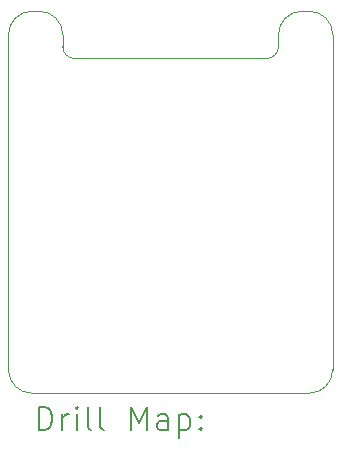
<source format=gbr>
%FSLAX45Y45*%
G04 Gerber Fmt 4.5, Leading zero omitted, Abs format (unit mm)*
G04 Created by KiCad (PCBNEW (6.0.2)) date 2022-09-29 23:54:31*
%MOMM*%
%LPD*%
G01*
G04 APERTURE LIST*
%TA.AperFunction,Profile*%
%ADD10C,0.050000*%
%TD*%
%ADD11C,0.200000*%
G04 APERTURE END LIST*
D10*
X13632000Y-9435000D02*
X13632000Y-6600000D01*
X14092000Y-6600000D02*
G75*
G03*
X13892000Y-6400000I-200000J0D01*
G01*
X16118000Y-6400000D02*
G75*
G03*
X15918000Y-6600000I0J-200000D01*
G01*
X16118000Y-6400000D02*
X16178000Y-6400000D01*
X14192000Y-6800000D02*
X15818000Y-6800000D01*
X14092000Y-6600000D02*
X14092000Y-6700000D01*
X16178000Y-9635000D02*
G75*
G03*
X16378000Y-9435000I0J200000D01*
G01*
X16378000Y-6600000D02*
G75*
G03*
X16178000Y-6400000I-200000J0D01*
G01*
X14092000Y-6700000D02*
G75*
G03*
X14192000Y-6800000I100000J0D01*
G01*
X15918000Y-6600000D02*
X15918000Y-6700000D01*
X13632000Y-9435000D02*
G75*
G03*
X13832000Y-9635000I200000J0D01*
G01*
X13832000Y-6400000D02*
X13892000Y-6400000D01*
X15818000Y-6800000D02*
G75*
G03*
X15918000Y-6700000I0J100000D01*
G01*
X16178000Y-9635000D02*
X13832000Y-9635000D01*
X13832000Y-6400000D02*
G75*
G03*
X13632000Y-6600000I0J-200000D01*
G01*
X16378000Y-6600000D02*
X16378000Y-9435000D01*
D11*
X13887119Y-9947976D02*
X13887119Y-9747976D01*
X13934738Y-9747976D01*
X13963309Y-9757500D01*
X13982357Y-9776548D01*
X13991881Y-9795595D01*
X14001405Y-9833690D01*
X14001405Y-9862262D01*
X13991881Y-9900357D01*
X13982357Y-9919405D01*
X13963309Y-9938452D01*
X13934738Y-9947976D01*
X13887119Y-9947976D01*
X14087119Y-9947976D02*
X14087119Y-9814643D01*
X14087119Y-9852738D02*
X14096643Y-9833690D01*
X14106167Y-9824167D01*
X14125214Y-9814643D01*
X14144262Y-9814643D01*
X14210928Y-9947976D02*
X14210928Y-9814643D01*
X14210928Y-9747976D02*
X14201405Y-9757500D01*
X14210928Y-9767024D01*
X14220452Y-9757500D01*
X14210928Y-9747976D01*
X14210928Y-9767024D01*
X14334738Y-9947976D02*
X14315690Y-9938452D01*
X14306167Y-9919405D01*
X14306167Y-9747976D01*
X14439500Y-9947976D02*
X14420452Y-9938452D01*
X14410928Y-9919405D01*
X14410928Y-9747976D01*
X14668071Y-9947976D02*
X14668071Y-9747976D01*
X14734738Y-9890833D01*
X14801405Y-9747976D01*
X14801405Y-9947976D01*
X14982357Y-9947976D02*
X14982357Y-9843214D01*
X14972833Y-9824167D01*
X14953786Y-9814643D01*
X14915690Y-9814643D01*
X14896643Y-9824167D01*
X14982357Y-9938452D02*
X14963309Y-9947976D01*
X14915690Y-9947976D01*
X14896643Y-9938452D01*
X14887119Y-9919405D01*
X14887119Y-9900357D01*
X14896643Y-9881310D01*
X14915690Y-9871786D01*
X14963309Y-9871786D01*
X14982357Y-9862262D01*
X15077595Y-9814643D02*
X15077595Y-10014643D01*
X15077595Y-9824167D02*
X15096643Y-9814643D01*
X15134738Y-9814643D01*
X15153786Y-9824167D01*
X15163309Y-9833690D01*
X15172833Y-9852738D01*
X15172833Y-9909881D01*
X15163309Y-9928929D01*
X15153786Y-9938452D01*
X15134738Y-9947976D01*
X15096643Y-9947976D01*
X15077595Y-9938452D01*
X15258548Y-9928929D02*
X15268071Y-9938452D01*
X15258548Y-9947976D01*
X15249024Y-9938452D01*
X15258548Y-9928929D01*
X15258548Y-9947976D01*
X15258548Y-9824167D02*
X15268071Y-9833690D01*
X15258548Y-9843214D01*
X15249024Y-9833690D01*
X15258548Y-9824167D01*
X15258548Y-9843214D01*
M02*

</source>
